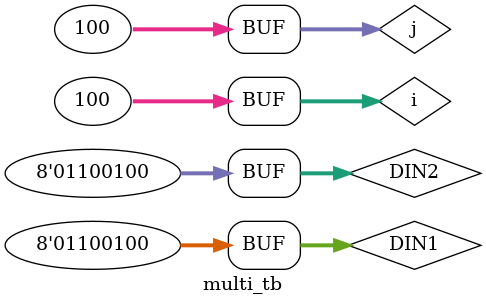
<source format=v>
module mult8(
    input [7:0]a,
    input [7:0]b, 
    output reg [15:0] p
);
reg[3:0] i;
 
always@(*)
begin
	p = 0 ;
	for(i = 0 ; i <8 ; i = i + 1)
	begin
        if(b[i] == 1)
		begin
            p = (a <<i) + p;
		end
		else p = p;
	end
	i = 0;
end
endmodule
`timescale 1ns/1ns
 
module multi_tb;
 
 
reg [7:0] DIN1,DIN2;
wire [15:0] DOUT;
 
integer i,j;
 
    mult8 U_multi(.a(DIN1),.b(DIN2),.p(DOUT));
 
initial
begin	
	DIN2 = 0;
	for(j = 0; j<100; j = j+1)
	begin
		DIN2 = DIN2 + 1;
		DIN1 = 0;
		for(i = 0; i<100; i = i+1)
		begin
			#1000 DIN1 = DIN1 + 1;
		end
	end
end
 
 
endmodule


</source>
